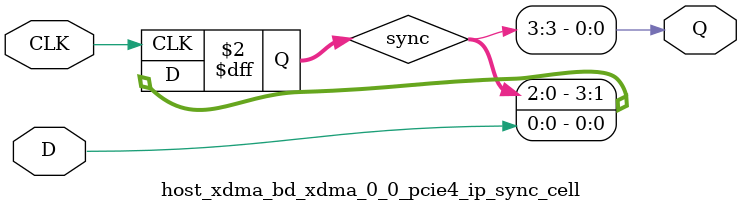
<source format=v>

`timescale 1ps / 1ps

(* DowngradeIPIdentifiedWarnings = "yes" *)
module host_xdma_bd_xdma_0_0_pcie4_ip_sync_cell #
(
    parameter integer STAGE = 3
)
(
    //-------------------------------------------------------------------------- 
    //  Input Ports
    //-------------------------------------------------------------------------- 
    input                               CLK,
    input                               D,
    
    //-------------------------------------------------------------------------- 
    //  Output Ports
    //-------------------------------------------------------------------------- 
    output                              Q
);
    //-------------------------------------------------------------------------- 
    //  Synchronized Signals
    //--------------------------------------------------------------------------  
    (* ASYNC_REG = "TRUE", SHIFT_EXTRACT = "NO" *) reg [STAGE:0] sync;                                                            



//--------------------------------------------------------------------------------------------------
//  Synchronizier
//--------------------------------------------------------------------------------------------------
always @ (posedge CLK)
begin

    sync <= {sync[(STAGE-1):0], D};
            
end   



//--------------------------------------------------------------------------------------------------
//  Generate Output
//--------------------------------------------------------------------------------------------------
assign Q = sync[STAGE];



endmodule

</source>
